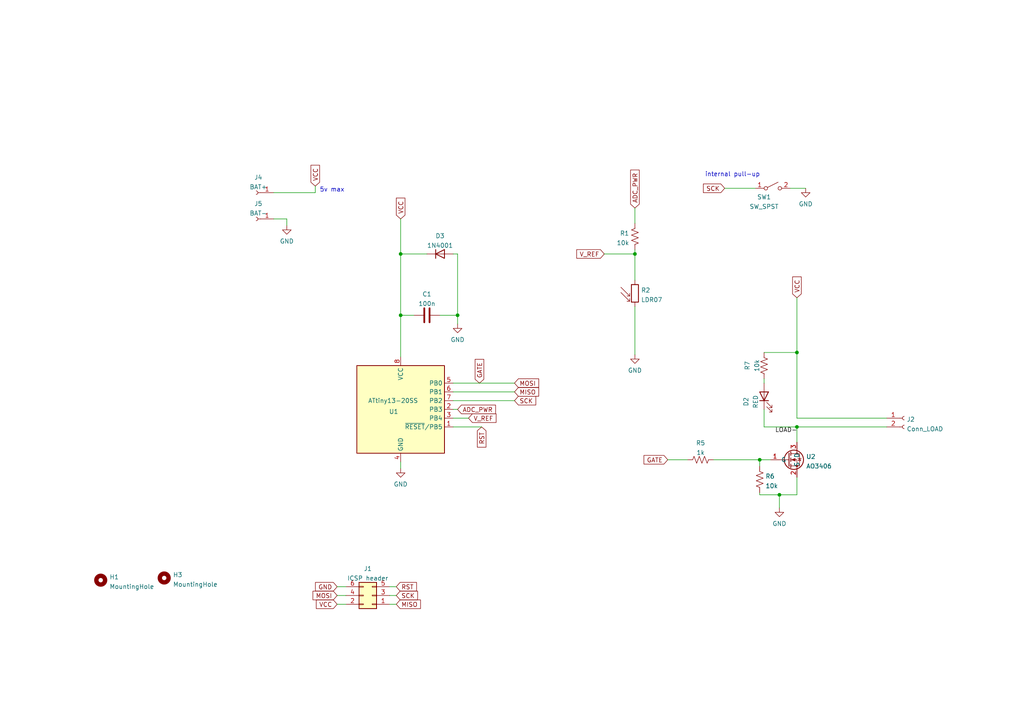
<source format=kicad_sch>
(kicad_sch (version 20211123) (generator eeschema)
  (paper "A4")
  (lib_symbols
    (symbol "!my-kicad-library:AO3406"
      (property "Reference" "U" (at -1.27 -5.08 0))
      (property "Value" "AO3406" (at 5.08 -2.54 0))
      (symbol "AO3406_0_1"
        (circle (center -0.889 0) (radius 2.794) (stroke (width 0.254)))
        (circle (center 0 -1.778) (radius 0.254) (fill (type outline)))
        (polyline (pts (xy -2.286 0) (xy -5.08 0)))
        (polyline (pts (xy -2.286 1.905) (xy -2.286 -1.905)) (stroke (width 0.254)))
        (polyline (pts (xy -1.778 -1.27) (xy -1.778 -2.286)) (stroke (width 0.254)))
        (polyline (pts (xy -1.778 0.508) (xy -1.778 -0.508)) (stroke (width 0.254)))
        (polyline (pts (xy -1.778 2.286) (xy -1.778 1.27)) (stroke (width 0.254)))
        (polyline (pts (xy 0 2.54) (xy 0 1.778)))
        (polyline (pts (xy 0 -2.54) (xy 0 0) (xy -1.778 0)))
        (polyline (pts (xy -1.778 -1.778) (xy 0.762 -1.778) (xy 0.762 1.778) (xy -1.778 1.778)))
        (polyline (pts (xy -1.524 0) (xy -0.508 0.381) (xy -0.508 -0.381) (xy -1.524 0)) (fill (type outline)))
        (polyline (pts (xy 0.254 0.508) (xy 0.381 0.381) (xy 1.143 0.381) (xy 1.27 0.254)))
        (polyline (pts (xy 0.762 0.381) (xy 0.381 -0.254) (xy 1.143 -0.254) (xy 0.762 0.381)))
        (circle (center 0 1.778) (radius 0.254) (fill (type outline)))
      )
      (symbol "AO3406_1_1"
        (pin input line (at -7.62 0 0) (length 2.54) (name "G") (number "1"))
        (pin passive line (at 0 -5.08 90) (length 2.54) (name "S") (number "2"))
        (pin passive line (at 0 5.08 270) (length 2.54) (name "D") (number "3"))
      )
    )
    (symbol "Connector:Conn_01x01_Female" (pin_names (offset 1.016) hide)
      (property "Reference" "J" (at 0 2.54 0))
      (property "Value" "Conn_01x01_Female" (at 0 -2.54 0))
      (symbol "Conn_01x01_Female_1_1"
        (polyline (pts (xy -1.27 0) (xy -0.508 0)) (stroke (width 0.1524)))
        (arc (start 0 0.508) (mid -0.508 0) (end 0 -0.508) (stroke (width 0.1524)))
        (pin passive line (at -5.08 0 0) (length 3.81) (name "Pin_1") (number "1"))
      )
    )
    (symbol "Connector:Conn_01x02_Female" (pin_names (offset 1.016) hide)
      (property "Reference" "J" (at 0 2.54 0))
      (property "Value" "Conn_01x02_Female" (at 0 -5.08 0))
      (symbol "Conn_01x02_Female_1_1"
        (arc (start 0 -2.032) (mid -0.508 -2.54) (end 0 -3.048) (stroke (width 0.1524)))
        (polyline (pts (xy -1.27 -2.54) (xy -0.508 -2.54)) (stroke (width 0.1524)))
        (polyline (pts (xy -1.27 0) (xy -0.508 0)) (stroke (width 0.1524)))
        (arc (start 0 0.508) (mid -0.508 0) (end 0 -0.508) (stroke (width 0.1524)))
        (pin passive line (at -5.08 0 0) (length 3.81) (name "Pin_1") (number "1"))
        (pin passive line (at -5.08 -2.54 0) (length 3.81) (name "Pin_2") (number "2"))
      )
    )
    (symbol "Connector_Generic:Conn_02x03_Odd_Even" (pin_names (offset 1.016) hide)
      (property "Reference" "J" (at 1.27 5.08 0))
      (property "Value" "Conn_02x03_Odd_Even" (at 1.27 -5.08 0))
      (symbol "Conn_02x03_Odd_Even_1_1"
        (rectangle (start -1.27 -2.413) (end 0 -2.667) (stroke (width 0.1524)))
        (rectangle (start -1.27 0.127) (end 0 -0.127) (stroke (width 0.1524)))
        (rectangle (start -1.27 2.667) (end 0 2.413) (stroke (width 0.1524)))
        (rectangle (start -1.27 3.81) (end 3.81 -3.81) (stroke (width 0.254)) (fill (type background)))
        (rectangle (start 3.81 -2.413) (end 2.54 -2.667) (stroke (width 0.1524)))
        (rectangle (start 3.81 0.127) (end 2.54 -0.127) (stroke (width 0.1524)))
        (rectangle (start 3.81 2.667) (end 2.54 2.413) (stroke (width 0.1524)))
        (pin passive line (at -5.08 2.54 0) (length 3.81) (name "Pin_1") (number "1"))
        (pin passive line (at 7.62 2.54 180) (length 3.81) (name "Pin_2") (number "2"))
        (pin passive line (at -5.08 0 0) (length 3.81) (name "Pin_3") (number "3"))
        (pin passive line (at 7.62 0 180) (length 3.81) (name "Pin_4") (number "4"))
        (pin passive line (at -5.08 -2.54 0) (length 3.81) (name "Pin_5") (number "5"))
        (pin passive line (at 7.62 -2.54 180) (length 3.81) (name "Pin_6") (number "6"))
      )
    )
    (symbol "Device:C" (pin_numbers hide) (pin_names (offset 0.254))
      (property "Reference" "C" (at 0.635 2.54 0))
      (property "Value" "C" (at 0.635 -2.54 0))
      (symbol "C_0_1"
        (polyline (pts (xy -2.032 -0.762) (xy 2.032 -0.762)) (stroke (width 0.508)))
        (polyline (pts (xy -2.032 0.762) (xy 2.032 0.762)) (stroke (width 0.508)))
      )
      (symbol "C_1_1"
        (pin passive line (at 0 3.81 270) (length 2.794) (name "~") (number "1"))
        (pin passive line (at 0 -3.81 90) (length 2.794) (name "~") (number "2"))
      )
    )
    (symbol "Device:LED" (pin_numbers hide) (pin_names (offset 1.016) hide)
      (property "Reference" "D" (at 0 2.54 0))
      (property "Value" "LED" (at 0 -2.54 0))
      (symbol "LED_0_1"
        (polyline (pts (xy -1.27 -1.27) (xy -1.27 1.27)) (stroke (width 0.254)))
        (polyline (pts (xy -1.27 0) (xy 1.27 0)))
        (polyline (pts (xy 1.27 -1.27) (xy 1.27 1.27) (xy -1.27 0) (xy 1.27 -1.27)) (stroke (width 0.254)))
        (polyline (pts (xy -3.048 -0.762) (xy -4.572 -2.286) (xy -3.81 -2.286) (xy -4.572 -2.286) (xy -4.572 -1.524)))
        (polyline (pts (xy -1.778 -0.762) (xy -3.302 -2.286) (xy -2.54 -2.286) (xy -3.302 -2.286) (xy -3.302 -1.524)))
      )
      (symbol "LED_1_1"
        (pin passive line (at -3.81 0 0) (length 2.54) (name "K") (number "1"))
        (pin passive line (at 3.81 0 180) (length 2.54) (name "A") (number "2"))
      )
    )
    (symbol "Device:R_US" (pin_numbers hide) (pin_names (offset 0))
      (property "Reference" "R" (at 2.54 0 90))
      (property "Value" "R_US" (at -2.54 0 90))
      (symbol "R_US_0_1"
        (polyline (pts (xy 0 -2.286) (xy 0 -2.54)))
        (polyline (pts (xy 0 2.286) (xy 0 2.54)))
        (polyline (pts (xy 0 -0.762) (xy 1.016 -1.143) (xy 0 -1.524) (xy -1.016 -1.905) (xy 0 -2.286)))
        (polyline (pts (xy 0 0.762) (xy 1.016 0.381) (xy 0 0) (xy -1.016 -0.381) (xy 0 -0.762)))
        (polyline (pts (xy 0 2.286) (xy 1.016 1.905) (xy 0 1.524) (xy -1.016 1.143) (xy 0 0.762)))
      )
      (symbol "R_US_1_1"
        (pin passive line (at 0 3.81 270) (length 1.27) (name "~") (number "1"))
        (pin passive line (at 0 -3.81 90) (length 1.27) (name "~") (number "2"))
      )
    )
    (symbol "Diode:1N4001" (pin_numbers hide) (pin_names (offset 1.016) hide)
      (property "Reference" "D" (at 0 2.54 0))
      (property "Value" "1N4001" (at 0 -2.54 0))
      (symbol "1N4001_0_1"
        (polyline (pts (xy -1.27 1.27) (xy -1.27 -1.27)) (stroke (width 0.254)))
        (polyline (pts (xy 1.27 0) (xy -1.27 0)))
        (polyline (pts (xy 1.27 1.27) (xy 1.27 -1.27) (xy -1.27 0) (xy 1.27 1.27)) (stroke (width 0.254)))
      )
      (symbol "1N4001_1_1"
        (pin passive line (at -3.81 0 0) (length 2.54) (name "K") (number "1"))
        (pin passive line (at 3.81 0 180) (length 2.54) (name "A") (number "2"))
      )
    )
    (symbol "MCU_Microchip_ATtiny:ATtiny13-20SS"
      (property "Reference" "U" (at -12.7 13.97 0))
      (property "Value" "ATtiny13-20SS" (at 2.54 -13.97 0))
      (symbol "ATtiny13-20SS_0_1"
        (rectangle (start -12.7 -12.7) (end 12.7 12.7) (stroke (width 0.254)) (fill (type background)))
      )
      (symbol "ATtiny13-20SS_1_1"
        (pin bidirectional line (at 15.24 -5.08 180) (length 2.54) (name "~{RESET}/PB5") (number "1"))
        (pin bidirectional line (at 15.24 0 180) (length 2.54) (name "PB3") (number "2"))
        (pin bidirectional line (at 15.24 -2.54 180) (length 2.54) (name "PB4") (number "3"))
        (pin power_in line (at 0 -15.24 90) (length 2.54) (name "GND") (number "4"))
        (pin bidirectional line (at 15.24 7.62 180) (length 2.54) (name "PB0") (number "5"))
        (pin bidirectional line (at 15.24 5.08 180) (length 2.54) (name "PB1") (number "6"))
        (pin bidirectional line (at 15.24 2.54 180) (length 2.54) (name "PB2") (number "7"))
        (pin power_in line (at 0 15.24 270) (length 2.54) (name "VCC") (number "8"))
      )
    )
    (symbol "Mechanical:MountingHole" (pin_names (offset 1.016))
      (property "Reference" "H" (at 0 5.08 0))
      (property "Value" "MountingHole" (at 0 3.175 0))
      (symbol "MountingHole_0_1"
        (circle (center 0 0) (radius 1.27) (stroke (width 1.27)))
      )
    )
    (symbol "Sensor_Optical:LDR07" (pin_numbers hide) (pin_names (offset 0))
      (property "Reference" "R" (at -5.08 0 90))
      (property "Value" "LDR07" (at 1.905 0 90))
      (symbol "LDR07_0_1"
        (rectangle (start -1.016 2.54) (end 1.016 -2.54) (stroke (width 0.254)))
        (polyline (pts (xy -1.524 -2.286) (xy -4.064 0.254)))
        (polyline (pts (xy -1.524 -2.286) (xy -2.286 -2.286)))
        (polyline (pts (xy -1.524 -2.286) (xy -1.524 -1.524)))
        (polyline (pts (xy -1.524 -0.762) (xy -4.064 1.778)))
        (polyline (pts (xy -1.524 -0.762) (xy -2.286 -0.762)))
        (polyline (pts (xy -1.524 -0.762) (xy -1.524 0)))
      )
      (symbol "LDR07_1_1"
        (pin passive line (at 0 3.81 270) (length 1.27) (name "~") (number "1"))
        (pin passive line (at 0 -3.81 90) (length 1.27) (name "~") (number "2"))
      )
    )
    (symbol "Switch:SW_SPST" (pin_names (offset 0) hide)
      (property "Reference" "SW" (at 0 3.175 0))
      (property "Value" "SW_SPST" (at 0 -2.54 0))
      (symbol "SW_SPST_0_0"
        (circle (center -2.032 0) (radius 0.508))
        (polyline (pts (xy -1.524 0.254) (xy 1.524 1.778)))
        (circle (center 2.032 0) (radius 0.508))
      )
      (symbol "SW_SPST_1_1"
        (pin passive line (at -5.08 0 0) (length 2.54) (name "A") (number "1"))
        (pin passive line (at 5.08 0 180) (length 2.54) (name "B") (number "2"))
      )
    )
    (symbol "power:GND" (power) (pin_names (offset 0))
      (property "Value" "GND" (at 0 -3.81 0))
      (symbol "GND_0_1"
        (polyline (pts (xy 0 0) (xy 0 -1.27) (xy 1.27 -1.27) (xy 0 -2.54) (xy -1.27 -1.27) (xy 0 -1.27)))
      )
      (symbol "GND_1_1"
        (pin power_in line (at 0 0 270) (length 0) hide (name "GND") (number "1"))
      )
    )
  )
  (junction (at 184.15 73.66))
  (junction (at 132.715 91.44))
  (junction (at 226.06 143.51))
  (junction (at 116.205 73.66))
  (junction (at 116.205 91.44))
  (junction (at 220.345 133.35))
  (junction (at 231.14 102.235))
  (junction (at 231.14 123.825))
  (wire (pts (xy 184.15 60.325) (xy 184.15 64.77)))
  (wire (pts (xy 207.01 133.35) (xy 220.345 133.35)))
  (wire (pts (xy 120.015 91.44) (xy 116.205 91.44)))
  (wire (pts (xy 79.375 55.88) (xy 91.44 55.88)))
  (wire (pts (xy 131.445 111.125) (xy 149.225 111.125)))
  (wire (pts (xy 131.445 118.745) (xy 132.715 118.745)))
  (wire (pts (xy 257.175 123.825) (xy 231.14 123.825)))
  (wire (pts (xy 131.445 113.665) (xy 149.225 113.665)))
  (wire (pts (xy 231.14 123.825) (xy 231.14 128.27)))
  (wire (pts (xy 97.79 172.72) (xy 100.33 172.72)))
  (wire (pts (xy 220.345 133.35) (xy 223.52 133.35)))
  (wire (pts (xy 83.185 65.405) (xy 83.185 63.5)))
  (wire (pts (xy 231.14 102.235) (xy 231.14 86.36)))
  (wire (pts (xy 184.15 88.9) (xy 184.15 102.87)))
  (wire (pts (xy 127.635 91.44) (xy 132.715 91.44)))
  (wire (pts (xy 91.44 55.88) (xy 91.44 53.975)))
  (wire (pts (xy 229.235 54.61) (xy 233.68 54.61)))
  (wire (pts (xy 131.445 73.66) (xy 132.715 73.66)))
  (wire (pts (xy 231.14 138.43) (xy 231.14 143.51)))
  (wire (pts (xy 116.205 73.66) (xy 116.205 91.44)))
  (wire (pts (xy 139.7 123.825) (xy 131.445 123.825)))
  (wire (pts (xy 226.06 147.32) (xy 226.06 143.51)))
  (wire (pts (xy 220.345 135.255) (xy 220.345 133.35)))
  (wire (pts (xy 116.205 73.66) (xy 123.825 73.66)))
  (wire (pts (xy 116.205 91.44) (xy 116.205 103.505)))
  (wire (pts (xy 132.715 91.44) (xy 132.715 93.98)))
  (wire (pts (xy 226.06 143.51) (xy 220.345 143.51)))
  (wire (pts (xy 184.15 73.66) (xy 175.26 73.66)))
  (wire (pts (xy 221.615 111.125) (xy 221.615 109.855)))
  (wire (pts (xy 221.615 123.825) (xy 231.14 123.825)))
  (wire (pts (xy 83.185 63.5) (xy 79.375 63.5)))
  (wire (pts (xy 114.935 175.26) (xy 113.03 175.26)))
  (wire (pts (xy 131.445 116.205) (xy 149.225 116.205)))
  (wire (pts (xy 135.89 121.285) (xy 131.445 121.285)))
  (wire (pts (xy 221.615 102.235) (xy 231.14 102.235)))
  (wire (pts (xy 184.15 73.66) (xy 184.15 72.39)))
  (wire (pts (xy 193.675 133.35) (xy 199.39 133.35)))
  (wire (pts (xy 132.715 73.66) (xy 132.715 91.44)))
  (wire (pts (xy 116.205 135.89) (xy 116.205 133.985)))
  (wire (pts (xy 184.15 81.28) (xy 184.15 73.66)))
  (wire (pts (xy 257.175 121.285) (xy 231.14 121.285)))
  (wire (pts (xy 231.14 143.51) (xy 226.06 143.51)))
  (wire (pts (xy 114.935 170.18) (xy 113.03 170.18)))
  (wire (pts (xy 231.14 121.285) (xy 231.14 102.235)))
  (wire (pts (xy 116.205 63.5) (xy 116.205 73.66)))
  (wire (pts (xy 97.79 170.18) (xy 100.33 170.18)))
  (wire (pts (xy 97.79 175.26) (xy 100.33 175.26)))
  (wire (pts (xy 221.615 118.745) (xy 221.615 123.825)))
  (wire (pts (xy 114.935 172.72) (xy 113.03 172.72)))
  (wire (pts (xy 210.185 54.61) (xy 219.075 54.61)))
  (wire (pts (xy 220.345 142.875) (xy 220.345 143.51)))
  (text "internal pull-up" (at 204.47 51.435 0) (effects (font (size 1.27 1.27)) (justify left bottom)))
  (text "5v max\n" (at 92.71 55.88 0) (effects (font (size 1.27 1.27)) (justify left bottom)))
  (label "LOAD-" (at 224.79 125.73 0))
  (global_label "VCC" (shape input) (at 97.79 175.26 180) (property "Intersheet References" "${INTERSHEET_REFS}" (effects hide)))
  (global_label "ADC_PWR" (shape input) (at 184.15 60.325 90) (property "Intersheet References" "${INTERSHEET_REFS}" (effects hide)))
  (global_label "SCK" (shape input) (at 210.185 54.61 180) (property "Intersheet References" "${INTERSHEET_REFS}" (effects hide)))
  (global_label "VCC" (shape input) (at 231.14 86.36 90) (property "Intersheet References" "${INTERSHEET_REFS}" (effects hide)))
  (global_label "RST" (shape input) (at 114.935 170.18 0) (property "Intersheet References" "${INTERSHEET_REFS}" (effects hide)))
  (global_label "ADC_PWR" (shape input) (at 132.715 118.745 0) (property "Intersheet References" "${INTERSHEET_REFS}" (effects hide)))
  (global_label "MOSI" (shape input) (at 97.79 172.72 180) (property "Intersheet References" "${INTERSHEET_REFS}" (effects hide)))
  (global_label "GATE" (shape input) (at 139.065 111.125 90) (property "Intersheet References" "${INTERSHEET_REFS}" (effects hide)))
  (global_label "VCC" (shape input) (at 91.44 53.975 90) (property "Intersheet References" "${INTERSHEET_REFS}" (effects hide)))
  (global_label "MOSI" (shape input) (at 149.225 111.125 0) (property "Intersheet References" "${INTERSHEET_REFS}" (effects hide)))
  (global_label "RST" (shape input) (at 139.7 123.825 270) (property "Intersheet References" "${INTERSHEET_REFS}" (effects hide)))
  (global_label "VCC" (shape input) (at 116.205 63.5 90) (property "Intersheet References" "${INTERSHEET_REFS}" (effects hide)))
  (global_label "V_REF" (shape input) (at 175.26 73.66 180) (property "Intersheet References" "${INTERSHEET_REFS}" (effects hide)))
  (global_label "MISO" (shape input) (at 149.225 113.665 0) (property "Intersheet References" "${INTERSHEET_REFS}" (effects hide)))
  (global_label "MISO" (shape input) (at 114.935 175.26 0) (property "Intersheet References" "${INTERSHEET_REFS}" (effects hide)))
  (global_label "SCK" (shape input) (at 114.935 172.72 0) (property "Intersheet References" "${INTERSHEET_REFS}" (effects hide)))
  (global_label "SCK" (shape input) (at 149.225 116.205 0) (property "Intersheet References" "${INTERSHEET_REFS}" (effects hide)))
  (global_label "GND" (shape input) (at 97.79 170.18 180) (property "Intersheet References" "${INTERSHEET_REFS}" (effects hide)))
  (global_label "V_REF" (shape input) (at 135.89 121.285 0) (property "Intersheet References" "${INTERSHEET_REFS}" (effects hide)))
  (global_label "GATE" (shape input) (at 193.675 133.35 180) (property "Intersheet References" "${INTERSHEET_REFS}" (effects hide)))
  (symbol (lib_id "Switch:SW_SPST") (at 224.155 54.61 0) (unit 1)
    (property "Reference" "SW1" (at 221.615 57.15 0))
    (property "Value" "SW_SPST" (at 221.615 59.9251 0))
    (property "Footprint" "Button_Switch_THT:SW_PUSH_6mm" (effects hide))
  )
  (symbol (lib_id "Device:R_US") (at 221.615 106.045 180) (unit 1)
    (property "Reference" "R7" (at 216.7595 106.045 90))
    (property "Value" "10k" (at 219.5346 106.045 90))
    (property "Footprint" "Resistor_SMD:R_0805_2012Metric" (effects hide))
  )
  (symbol (lib_id "Connector:Conn_01x01_Female") (at 74.295 63.5 180) (unit 1)
    (property "Reference" "J5" (at 74.93 59.0763 0))
    (property "Value" "BAT-" (at 74.93 61.8514 0))
    (property "Footprint" "Connector_Pin:Pin_D1.0mm_L10.0mm" (effects hide))
  )
  (symbol (lib_id "power:GND") (at 116.205 135.89 0) (unit 1)
    (property "Reference" "#PWR03" (effects hide))
    (property "Value" "GND" (at 116.205 140.4525 0))
  )
  (symbol (lib_id "Sensor_Optical:LDR07") (at 184.15 85.09 0) (unit 1)
    (property "Reference" "R2" (at 185.928 84.1815 0) (effects (justify left)))
    (property "Value" "LDR07" (at 185.928 86.9566 0) (effects (justify left)))
    (property "Footprint" "OptoDevice:R_LDR_5.1x4.3mm_P3.4mm_Vertical" (effects hide))
    (property "Datasheet" "http://www.tme.eu/de/Document/f2e3ad76a925811312d226c31da4cd7e/LDR07.pdf" (effects hide))
  )
  (symbol (lib_id "power:GND") (at 233.68 54.61 0) (mirror y) (unit 1)
    (property "Reference" "#PWR0102" (effects hide))
    (property "Value" "GND" (at 233.68 59.1725 0))
  )
  (symbol (lib_id "power:GND") (at 83.185 65.405 0) (unit 1)
    (property "Reference" "#PWR0101" (effects hide))
    (property "Value" "GND" (at 83.185 69.9675 0))
  )
  (symbol (lib_id "Connector_Generic:Conn_02x03_Odd_Even") (at 107.95 172.72 180) (unit 1) (on_board no)
    (property "Reference" "J1" (at 106.68 164.9435 0))
    (property "Value" "ICSP header" (at 106.68 167.7186 0))
    (property "Footprint" "Connector_PinHeader_2.54mm:PinHeader_2x03_P2.54mm_Vertical" (effects hide))
  )
  (symbol (lib_id "Diode:1N4001") (at 127.635 73.66 0) (unit 1)
    (property "Reference" "D3" (at 127.635 68.4235 0))
    (property "Value" "1N4001" (at 127.635 71.1986 0))
    (property "Footprint" "Diode_SMD:D_SMA" (effects hide))
    (property "Datasheet" "http://www.vishay.com/docs/88503/1n4001.pdf" (effects hide))
  )
  (symbol (lib_id "Device:R_US") (at 184.15 68.58 0) (mirror x) (unit 1)
    (property "Reference" "R1" (at 182.499 67.6715 0) (effects (justify right)))
    (property "Value" "10k" (at 182.499 70.4466 0) (effects (justify right)))
    (property "Footprint" "Resistor_SMD:R_0805_2012Metric" (effects hide))
  )
  (symbol (lib_id "MCU_Microchip_ATtiny:ATtiny13-20SS") (at 116.205 118.745 0) (unit 1)
    (property "Reference" "U1" (at 115.57 119.38 0) (effects (justify right)))
    (property "Value" "ATtiny13-20SS" (at 121.285 116.205 0) (effects (justify right)))
    (property "Footprint" "Package_SO:SOIC-8_3.9x4.9mm_P1.27mm" (effects hide))
    (property "Datasheet" "http://ww1.microchip.com/downloads/en/DeviceDoc/doc2535.pdf" (effects hide))
  )
  (symbol (lib_id "power:GND") (at 226.06 147.32 0) (unit 1)
    (property "Reference" "#PWR05" (effects hide))
    (property "Value" "GND" (at 226.06 151.8825 0))
  )
  (symbol (lib_id "power:GND") (at 184.15 102.87 0) (mirror y) (unit 1)
    (property "Reference" "#PWR01" (effects hide))
    (property "Value" "GND" (at 184.15 107.4325 0))
  )
  (symbol (lib_id "Mechanical:MountingHole") (at 47.625 167.64 0) (unit 1)
    (property "Reference" "H3" (at 50.165 166.7315 0) (effects (justify left)))
    (property "Value" "MountingHole" (at 50.165 169.5066 0) (effects (justify left)))
    (property "Footprint" "MountingHole:MountingHole_2.2mm_M2" (effects hide))
  )
  (symbol (lib_id "power:GND") (at 132.715 93.98 0) (unit 1)
    (property "Reference" "#PWR04" (effects hide))
    (property "Value" "GND" (at 132.715 98.5425 0))
  )
  (symbol (lib_id "Connector:Conn_01x02_Female") (at 262.255 121.285 0) (unit 1)
    (property "Reference" "J2" (at 262.9662 121.6465 0) (effects (justify left)))
    (property "Value" "Conn_LOAD" (at 262.9662 124.4216 0) (effects (justify left)))
    (property "Footprint" "Connector_JST:JST_XH_B2B-XH-A_1x02_P2.50mm_Vertical" (effects hide))
  )
  (symbol (lib_id "Device:R_US") (at 203.2 133.35 270) (unit 1)
    (property "Reference" "R5" (at 203.2 128.4945 90))
    (property "Value" "1k" (at 203.2 131.2696 90))
    (property "Footprint" "Resistor_SMD:R_0805_2012Metric" (effects hide))
  )
  (symbol (lib_id "Connector:Conn_01x01_Female") (at 74.295 55.88 180) (unit 1)
    (property "Reference" "J4" (at 74.93 51.4563 0))
    (property "Value" "BAT+" (at 74.93 54.2314 0))
    (property "Footprint" "Connector_Pin:Pin_D1.0mm_L10.0mm" (effects hide))
  )
  (symbol (lib_id "Device:R_US") (at 220.345 139.065 180) (unit 1)
    (property "Reference" "R6" (at 221.996 138.1565 0) (effects (justify right)))
    (property "Value" "10k" (at 221.996 140.9316 0) (effects (justify right)))
    (property "Footprint" "Resistor_SMD:R_0805_2012Metric" (effects hide))
  )
  (symbol (lib_id "!my-kicad-library:AO3406") (at 231.14 133.35 0) (unit 1)
    (property "Reference" "U2" (at 233.807 132.4415 0) (effects (justify left)))
    (property "Value" "AO3406" (at 233.807 135.2166 0) (effects (justify left)))
    (property "Footprint" "Package_TO_SOT_SMD:SOT-23" (effects hide))
    (property "Datasheet" "http://www.aosmd.com/pdfs/datasheet/ao3406.pdf" (effects hide))
  )
  (symbol (lib_id "Device:C") (at 123.825 91.44 90) (unit 1)
    (property "Reference" "C1" (at 123.825 85.3145 90))
    (property "Value" "100n" (at 123.825 88.0896 90))
    (property "Footprint" "Capacitor_SMD:C_1206_3216Metric" (effects hide))
  )
  (symbol (lib_id "Device:LED") (at 221.615 114.935 90) (unit 1)
    (property "Reference" "D2" (at 216.3785 116.5225 0))
    (property "Value" "RED" (at 219.1536 116.5225 0))
    (property "Footprint" "LED_SMD:LED_0805_2012Metric" (effects hide))
  )
  (symbol (lib_id "Mechanical:MountingHole") (at 29.21 168.275 0) (unit 1)
    (property "Reference" "H1" (at 31.75 167.3665 0) (effects (justify left)))
    (property "Value" "MountingHole" (at 31.75 170.1416 0) (effects (justify left)))
    (property "Footprint" "MountingHole:MountingHole_2.2mm_M2" (effects hide))
  )
)
</source>
